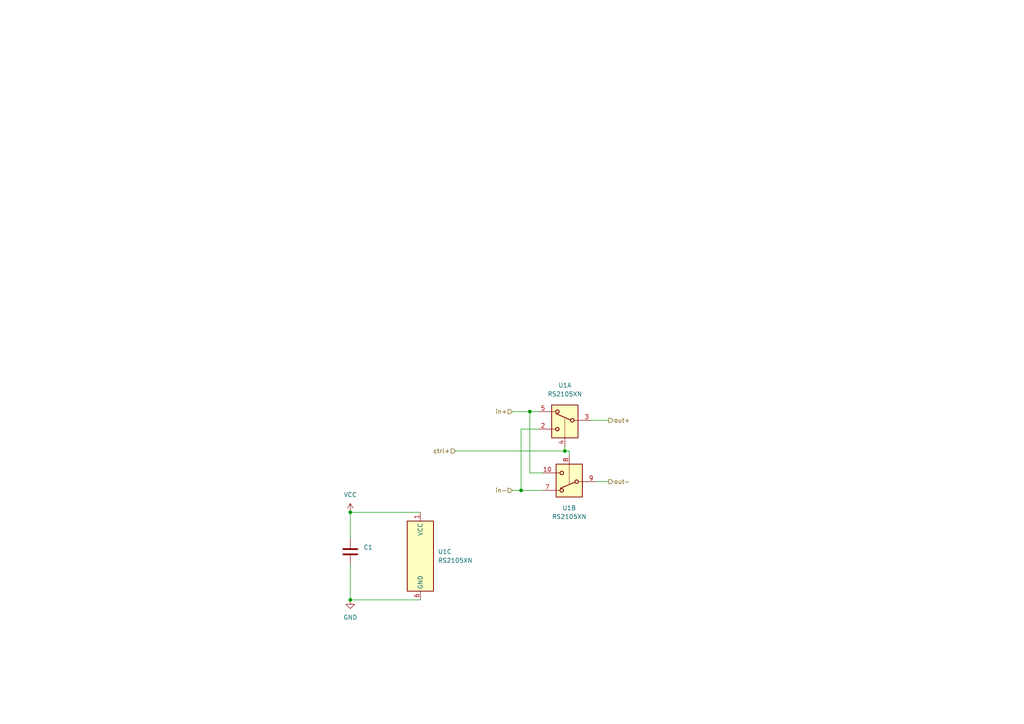
<source format=kicad_sch>
(kicad_sch (version 20211123) (generator eeschema)
  (paper "A4")
  (lib_symbols
    (symbol "0JLC-6:100nF_0402" (pin_numbers hide) (pin_names (offset 0.254))
      (property "Reference" "C" (at 0.635 2.54 0))
      (property "Value" "100nF_0402" (at 0.635 -2.54 0))
      (symbol "100nF_0402_0_1"
        (polyline (pts (xy -2.032 -0.762) (xy 2.032 -0.762)) (stroke (width 0.508)))
        (polyline (pts (xy -2.032 0.762) (xy 2.032 0.762)) (stroke (width 0.508)))
      )
      (symbol "100nF_0402_1_1"
        (pin passive line (at 0 3.81 270) (length 2.794) (name "~") (number "1"))
        (pin passive line (at 0 -3.81 90) (length 2.794) (name "~") (number "2"))
      )
    )
    (symbol "Analog_Switch:TS3A24159DGSR"
      (property "Reference" "U" (at -3.81 5.08 0))
      (property "Value" "TS3A24159DGSR" (at -3.81 3.175 0))
      (symbol "TS3A24159DGSR_1_1"
        (rectangle (start -3.81 1.905) (end 3.81 -7.62) (stroke (width 0.254)) (fill (type background)))
        (circle (center -2.159 -2.54) (radius 0.508) (stroke (width 0.254)))
        (polyline (pts (xy -5.08 -2.54) (xy -2.794 -2.54)))
        (polyline (pts (xy -1.651 -2.413) (xy 2.54 -0.635)) (stroke (width 0.254)))
        (polyline (pts (xy 0 -7.62) (xy 0 -7.112)))
        (polyline (pts (xy 0 -6.858) (xy 0 -6.604)))
        (polyline (pts (xy 0 -6.35) (xy 0 -6.096)))
        (polyline (pts (xy 0 -5.842) (xy 0 -5.588)))
        (polyline (pts (xy 0 -5.334) (xy 0 -5.08)))
        (polyline (pts (xy 0 -4.826) (xy 0 -4.572)))
        (polyline (pts (xy 0 -4.318) (xy 0 -4.064)))
        (polyline (pts (xy 0 -3.81) (xy 0 -3.556)))
        (polyline (pts (xy 0 -3.302) (xy 0 -3.048)))
        (polyline (pts (xy 0 -2.794) (xy 0 -2.54)))
        (polyline (pts (xy 0 -2.286) (xy 0 -2.032)))
        (polyline (pts (xy 5.08 -5.08) (xy 2.794 -5.08)))
        (polyline (pts (xy 5.08 0) (xy 2.794 0)))
        (circle (center 2.159 -5.08) (radius 0.508) (stroke (width 0.254)))
        (circle (center 2.159 0) (radius 0.508) (stroke (width 0.254)))
        (pin passive line (at 7.62 -5.08 180) (length 2.54) (name "~") (number "2"))
        (pin passive line (at -7.62 -2.54 0) (length 2.54) (name "~") (number "3"))
        (pin input line (at 0 -10.16 90) (length 2.54) (name "~") (number "4"))
        (pin passive line (at 7.62 0 180) (length 2.54) (name "~") (number "5"))
      )
      (symbol "TS3A24159DGSR_2_1"
        (rectangle (start -3.81 1.905) (end 3.81 -7.62) (stroke (width 0.254)) (fill (type background)))
        (circle (center -2.159 -2.54) (radius 0.508) (stroke (width 0.254)))
        (polyline (pts (xy -5.08 -2.54) (xy -2.794 -2.54)))
        (polyline (pts (xy -1.651 -2.413) (xy 2.54 -0.635)) (stroke (width 0.254)))
        (polyline (pts (xy 0 -7.62) (xy 0 -7.112)))
        (polyline (pts (xy 0 -6.858) (xy 0 -6.604)))
        (polyline (pts (xy 0 -6.35) (xy 0 -6.096)))
        (polyline (pts (xy 0 -5.842) (xy 0 -5.588)))
        (polyline (pts (xy 0 -5.334) (xy 0 -5.08)))
        (polyline (pts (xy 0 -4.826) (xy 0 -4.572)))
        (polyline (pts (xy 0 -4.318) (xy 0 -4.064)))
        (polyline (pts (xy 0 -3.81) (xy 0 -3.556)))
        (polyline (pts (xy 0 -3.302) (xy 0 -3.048)))
        (polyline (pts (xy 0 -2.794) (xy 0 -2.54)))
        (polyline (pts (xy 0 -2.286) (xy 0 -2.032)))
        (polyline (pts (xy 5.08 -5.08) (xy 2.794 -5.08)))
        (polyline (pts (xy 5.08 0) (xy 2.794 0)))
        (circle (center 2.159 -5.08) (radius 0.508) (stroke (width 0.254)))
        (circle (center 2.159 0) (radius 0.508) (stroke (width 0.254)))
        (pin passive line (at 7.62 -5.08 180) (length 2.54) (name "~") (number "10"))
        (pin passive line (at 7.62 0 180) (length 2.54) (name "~") (number "7"))
        (pin input line (at 0 -10.16 90) (length 2.54) (name "~") (number "8"))
        (pin passive line (at -7.62 -2.54 0) (length 2.54) (name "~") (number "9"))
      )
      (symbol "TS3A24159DGSR_3_1"
        (rectangle (start -3.81 10.16) (end 3.81 -10.16) (stroke (width 0.254)) (fill (type background)))
        (pin power_in line (at 0 12.7 270) (length 2.54) (name "VCC") (number "1"))
        (pin power_in line (at 0 -12.7 90) (length 2.54) (name "GND") (number "6"))
      )
    )
    (symbol "power:GND" (power) (pin_names (offset 0))
      (property "Value" "GND" (at 0 -3.81 0))
      (symbol "GND_0_1"
        (polyline (pts (xy 0 0) (xy 0 -1.27) (xy 1.27 -1.27) (xy 0 -2.54) (xy -1.27 -1.27) (xy 0 -1.27)))
      )
      (symbol "GND_1_1"
        (pin power_in line (at 0 0 270) (length 0) hide (name "GND") (number "1"))
      )
    )
    (symbol "power:VCC" (power) (pin_names (offset 0))
      (property "Value" "VCC" (at 0 3.81 0))
      (symbol "VCC_0_1"
        (polyline (pts (xy -0.762 1.27) (xy 0 2.54)))
        (polyline (pts (xy 0 0) (xy 0 2.54)))
        (polyline (pts (xy 0 2.54) (xy 0.762 1.27)))
      )
      (symbol "VCC_1_1"
        (pin power_in line (at 0 0 90) (length 0) hide (name "VCC") (number "1"))
      )
    )
  )
  (junction (at 101.6 148.59))
  (junction (at 153.67 119.38))
  (junction (at 151.13 142.24))
  (junction (at 101.6 173.99))
  (junction (at 163.83 130.81))
  (wire (pts (xy 153.67 137.16) (xy 157.48 137.16)))
  (wire (pts (xy 151.13 142.24) (xy 157.48 142.24)))
  (wire (pts (xy 153.67 119.38) (xy 156.21 119.38)))
  (wire (pts (xy 163.83 130.81) (xy 163.83 129.54)))
  (wire (pts (xy 101.6 173.99) (xy 121.92 173.99)))
  (wire (pts (xy 151.13 124.46) (xy 156.21 124.46)))
  (wire (pts (xy 151.13 142.24) (xy 151.13 124.46)))
  (wire (pts (xy 171.45 121.92) (xy 176.53 121.92)))
  (wire (pts (xy 148.59 142.24) (xy 151.13 142.24)))
  (wire (pts (xy 148.59 119.38) (xy 153.67 119.38)))
  (wire (pts (xy 101.6 148.59) (xy 121.92 148.59)))
  (wire (pts (xy 153.67 119.38) (xy 153.67 137.16)))
  (wire (pts (xy 101.6 163.83) (xy 101.6 173.99)))
  (wire (pts (xy 163.83 130.81) (xy 165.1 130.81)))
  (wire (pts (xy 165.1 130.81) (xy 165.1 132.08)))
  (wire (pts (xy 132.08 130.81) (xy 163.83 130.81)))
  (wire (pts (xy 172.72 139.7) (xy 176.53 139.7)))
  (wire (pts (xy 101.6 156.21) (xy 101.6 148.59)))
  (hierarchical_label "ctrl+" (shape input) (at 132.08 130.81 180))
  (hierarchical_label "out-" (shape output) (at 176.53 139.7 0))
  (hierarchical_label "in+" (shape input) (at 148.59 119.38 180))
  (hierarchical_label "in-" (shape input) (at 148.59 142.24 180))
  (hierarchical_label "out+" (shape output) (at 176.53 121.92 0))
  (symbol (lib_id "power:VCC") (at 101.6 148.59 0) (unit 1)
    (property "Reference" "#PWR03" (effects hide))
    (property "Value" "VCC" (at 101.6 143.51 0))
  )
  (symbol (lib_id "0JLC-6:100nF_0402") (at 101.6 160.02 0) (unit 1)
    (property "Reference" "C1" (at 105.41 158.7499 0) (effects (justify left)))
    (property "LCSC" "C1525" (effects hide))
    (property "MPN" "CL05B104KO5NNNC" (effects hide))
  )
  (symbol (lib_id "Analog_Switch:TS3A24159DGSR") (at 163.83 119.38 0) (mirror y) (unit 1)
    (property "Reference" "U1" (at 163.83 111.76 0))
    (property "Value" "RS2105XN" (at 163.83 114.3 0))
    (property "Footprint" "Package_SO:MSOP-10_3x3mm_P0.5mm" (effects hide))
    (property "LCSC" "C237025" (effects hide))
  )
  (symbol (lib_id "Analog_Switch:TS3A24159DGSR") (at 121.92 161.29 0) (unit 3)
    (property "Reference" "U1" (at 127 160.0199 0) (effects (justify left)))
    (property "Value" "RS2105XN" (at 127 162.5599 0) (effects (justify left)))
    (property "Footprint" "Package_SO:MSOP-10_3x3mm_P0.5mm" (effects hide))
    (property "LCSC" "C237025" (effects hide))
  )
  (symbol (lib_id "power:GND") (at 101.6 173.99 0) (unit 1)
    (property "Reference" "#PWR04" (effects hide))
    (property "Value" "GND" (at 101.6 179.07 0))
  )
  (symbol (lib_id "Analog_Switch:TS3A24159DGSR") (at 165.1 142.24 180) (unit 2)
    (property "Reference" "U1" (at 165.1 147.32 0))
    (property "Value" "RS2105XN" (at 165.1 149.86 0))
    (property "Footprint" "Package_SO:MSOP-10_3x3mm_P0.5mm" (effects hide))
    (property "LCSC" "C237025" (effects hide))
  )
)
</source>
